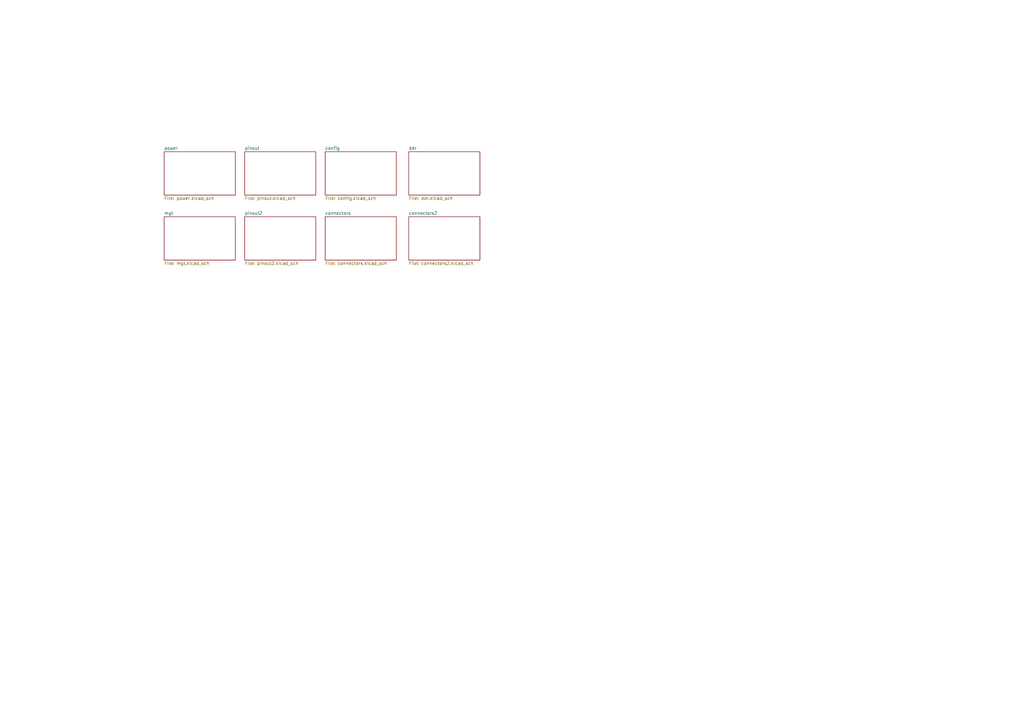
<source format=kicad_sch>
(kicad_sch
	(version 20231120)
	(generator "eeschema")
	(generator_version "8.0")
	(uuid "c2221598-f078-4310-82f6-aed2a006194d")
	(paper "A3")
	(lib_symbols)
	(sheet
		(at 133.35 88.9)
		(size 29.21 17.78)
		(fields_autoplaced yes)
		(stroke
			(width 0.1524)
			(type solid)
		)
		(fill
			(color 0 0 0 0.0000)
		)
		(uuid "12c2dede-18ee-4a62-9b3f-2a242fe2e990")
		(property "Sheetname" "connectors"
			(at 133.35 88.1884 0)
			(effects
				(font
					(size 1.27 1.27)
				)
				(justify left bottom)
			)
		)
		(property "Sheetfile" "connectors.kicad_sch"
			(at 133.35 107.2646 0)
			(effects
				(font
					(size 1.27 1.27)
				)
				(justify left top)
			)
		)
		(instances
			(project "Artix_SOM"
				(path "/c2221598-f078-4310-82f6-aed2a006194d"
					(page "7")
				)
			)
		)
	)
	(sheet
		(at 167.64 62.23)
		(size 29.21 17.78)
		(fields_autoplaced yes)
		(stroke
			(width 0.1524)
			(type solid)
		)
		(fill
			(color 0 0 0 0.0000)
		)
		(uuid "48161e20-27a9-498e-8342-010cfb478f71")
		(property "Sheetname" "ddr"
			(at 167.64 61.5184 0)
			(effects
				(font
					(size 1.27 1.27)
				)
				(justify left bottom)
			)
		)
		(property "Sheetfile" "ddr.kicad_sch"
			(at 167.64 80.5946 0)
			(effects
				(font
					(size 1.27 1.27)
				)
				(justify left top)
			)
		)
		(instances
			(project "Artix_SOM"
				(path "/c2221598-f078-4310-82f6-aed2a006194d"
					(page "9")
				)
			)
		)
	)
	(sheet
		(at 100.33 88.9)
		(size 29.21 17.78)
		(fields_autoplaced yes)
		(stroke
			(width 0.1524)
			(type solid)
		)
		(fill
			(color 0 0 0 0.0000)
		)
		(uuid "7608910d-1e87-4536-be60-73310a34b1c1")
		(property "Sheetname" "pinout2"
			(at 100.33 88.1884 0)
			(effects
				(font
					(size 1.27 1.27)
				)
				(justify left bottom)
			)
		)
		(property "Sheetfile" "pinout2.kicad_sch"
			(at 100.33 107.2646 0)
			(effects
				(font
					(size 1.27 1.27)
				)
				(justify left top)
			)
		)
		(instances
			(project "Artix_SOM"
				(path "/c2221598-f078-4310-82f6-aed2a006194d"
					(page "4")
				)
			)
		)
	)
	(sheet
		(at 133.35 62.23)
		(size 29.21 17.78)
		(fields_autoplaced yes)
		(stroke
			(width 0.1524)
			(type solid)
		)
		(fill
			(color 0 0 0 0.0000)
		)
		(uuid "916a1e8f-bf41-4c79-9025-473ebee52cc2")
		(property "Sheetname" "config"
			(at 133.35 61.5184 0)
			(effects
				(font
					(size 1.27 1.27)
				)
				(justify left bottom)
			)
		)
		(property "Sheetfile" "config.kicad_sch"
			(at 133.35 80.5946 0)
			(effects
				(font
					(size 1.27 1.27)
				)
				(justify left top)
			)
		)
		(instances
			(project "Artix_SOM"
				(path "/c2221598-f078-4310-82f6-aed2a006194d"
					(page "6")
				)
			)
		)
	)
	(sheet
		(at 167.64 88.9)
		(size 29.21 17.78)
		(fields_autoplaced yes)
		(stroke
			(width 0.1524)
			(type solid)
		)
		(fill
			(color 0 0 0 0.0000)
		)
		(uuid "a4fe94f0-636b-46de-9b45-6e4c8bd389a2")
		(property "Sheetname" "connectors2"
			(at 167.64 88.1884 0)
			(effects
				(font
					(size 1.27 1.27)
				)
				(justify left bottom)
			)
		)
		(property "Sheetfile" "connectors2.kicad_sch"
			(at 167.64 107.2646 0)
			(effects
				(font
					(size 1.27 1.27)
				)
				(justify left top)
			)
		)
		(instances
			(project "Artix_SOM"
				(path "/c2221598-f078-4310-82f6-aed2a006194d"
					(page "8")
				)
			)
		)
	)
	(sheet
		(at 67.31 88.9)
		(size 29.21 17.78)
		(fields_autoplaced yes)
		(stroke
			(width 0.1524)
			(type solid)
		)
		(fill
			(color 0 0 0 0.0000)
		)
		(uuid "b5b7468d-6948-4dcb-80cf-25f6a7201ce4")
		(property "Sheetname" "mgt"
			(at 67.31 88.1884 0)
			(effects
				(font
					(size 1.27 1.27)
				)
				(justify left bottom)
			)
		)
		(property "Sheetfile" "mgt.kicad_sch"
			(at 67.31 107.2646 0)
			(effects
				(font
					(size 1.27 1.27)
				)
				(justify left top)
			)
		)
		(instances
			(project "Artix_SOM"
				(path "/c2221598-f078-4310-82f6-aed2a006194d"
					(page "5")
				)
			)
		)
	)
	(sheet
		(at 100.33 62.23)
		(size 29.21 17.78)
		(fields_autoplaced yes)
		(stroke
			(width 0.1524)
			(type solid)
		)
		(fill
			(color 0 0 0 0.0000)
		)
		(uuid "bd10cccd-3037-4212-9e2b-2756ea7018a0")
		(property "Sheetname" "pinout"
			(at 100.33 61.5184 0)
			(effects
				(font
					(size 1.27 1.27)
				)
				(justify left bottom)
			)
		)
		(property "Sheetfile" "pinout.kicad_sch"
			(at 100.33 80.5946 0)
			(effects
				(font
					(size 1.27 1.27)
				)
				(justify left top)
			)
		)
		(instances
			(project "Artix_SOM"
				(path "/c2221598-f078-4310-82f6-aed2a006194d"
					(page "3")
				)
			)
		)
	)
	(sheet
		(at 67.31 62.23)
		(size 29.21 17.78)
		(fields_autoplaced yes)
		(stroke
			(width 0.1524)
			(type solid)
		)
		(fill
			(color 0 0 0 0.0000)
		)
		(uuid "ef254d9f-e3cf-4afb-9e7f-0606aeebb875")
		(property "Sheetname" "power"
			(at 67.31 61.5184 0)
			(effects
				(font
					(size 1.27 1.27)
				)
				(justify left bottom)
			)
		)
		(property "Sheetfile" "power.kicad_sch"
			(at 67.31 80.5946 0)
			(effects
				(font
					(size 1.27 1.27)
				)
				(justify left top)
			)
		)
		(instances
			(project "Artix_SOM"
				(path "/c2221598-f078-4310-82f6-aed2a006194d"
					(page "2")
				)
			)
		)
	)
	(sheet_instances
		(path "/"
			(page "1")
		)
	)
)

</source>
